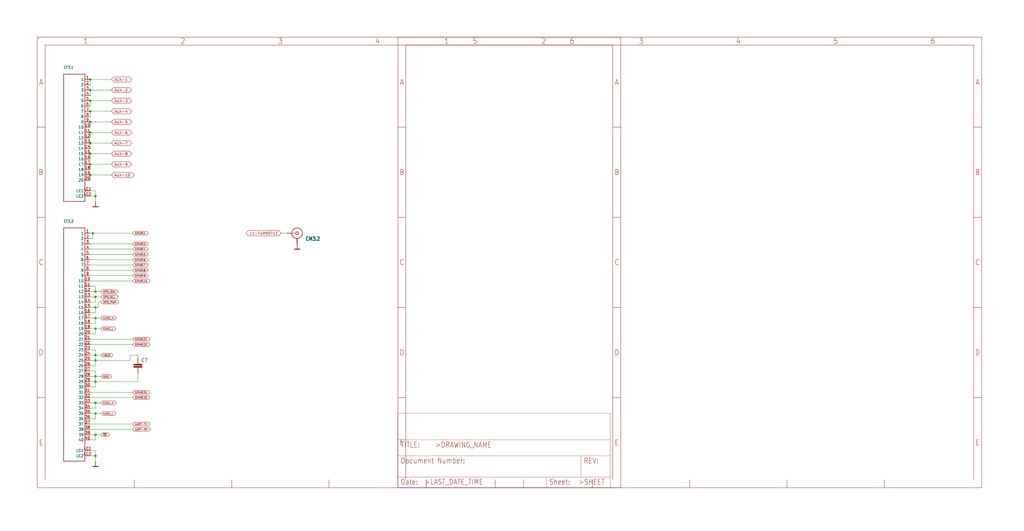
<source format=kicad_sch>
(kicad_sch (version 20211123) (generator eeschema)
  (paper "User" 490.22 254.406)
  (lib_symbols
    (symbol "oresat-backplane-1u-eagle-import:C-EU1206-B"
      (property "Reference" "C" (at 1.524 0.381 0))
      (property "Value" "C-EU1206-B" (at 1.524 -4.699 0))
      (symbol "C-EU1206-B_1_0"
        (rectangle (start -2.032 -2.032) (end 2.032 -1.524) (fill (type outline)))
        (rectangle (start -2.032 -1.016) (end 2.032 -0.508) (fill (type outline)))
        (polyline (pts (xy 0 -2.54) (xy 0 -2.032)) (stroke (width 0.1524)))
        (polyline (pts (xy 0 0) (xy 0 -0.508)) (stroke (width 0.1524)))
        (pin passive line (at 0 2.54 270) (length 2.54) (name "1") (number "1"))
        (pin passive line (at 0 -5.08 90) (length 2.54) (name "2") (number "2"))
      )
    )
    (symbol "oresat-backplane-1u-eagle-import:FRAME_A_L"
      (symbol "FRAME_A_L_0_0"
        (polyline (pts (xy 0 43.18) (xy 3.81 43.18)))
        (polyline (pts (xy 0 86.36) (xy 3.81 86.36)))
        (polyline (pts (xy 0 129.54) (xy 3.81 129.54)))
        (polyline (pts (xy 0 172.72) (xy 3.81 172.72)))
        (polyline (pts (xy 3.81 3.81) (xy 3.81 212.09)))
        (polyline (pts (xy 46.5667 0) (xy 46.5667 3.81)))
        (polyline (pts (xy 93.1333 0) (xy 93.1333 3.81)))
        (polyline (pts (xy 139.7 0) (xy 139.7 3.81)))
        (polyline (pts (xy 186.2667 0) (xy 186.2667 3.81)))
        (polyline (pts (xy 232.8333 0) (xy 232.8333 3.81)))
        (polyline (pts (xy 275.59 3.81) (xy 275.59 212.09)))
        (polyline (pts (xy 275.59 43.18) (xy 279.4 43.18)))
        (polyline (pts (xy 275.59 86.36) (xy 279.4 86.36)))
        (polyline (pts (xy 275.59 129.54) (xy 279.4 129.54)))
        (polyline (pts (xy 275.59 172.72) (xy 279.4 172.72)))
        (polyline (pts (xy 275.59 212.09) (xy 3.81 212.09)))
        (polyline (pts (xy 0 0) (xy 279.4 0) (xy 279.4 215.9) (xy 0 215.9) (xy 0 0)))
        (text "1" (at 23.2833 213.995 0) (effects (font (size 2.54 2.286))))
        (text "2" (at 69.85 213.995 0) (effects (font (size 2.54 2.286))))
        (text "3" (at 116.4167 213.995 0) (effects (font (size 2.54 2.286))))
        (text "4" (at 162.9833 213.995 0) (effects (font (size 2.54 2.286))))
        (text "5" (at 209.55 213.995 0) (effects (font (size 2.54 2.286))))
        (text "6" (at 256.1167 213.995 0) (effects (font (size 2.54 2.286))))
        (text "A" (at 1.905 194.31 0) (effects (font (size 2.54 2.286))))
        (text "A" (at 277.495 194.31 0) (effects (font (size 2.54 2.286))))
        (text "B" (at 1.905 151.13 0) (effects (font (size 2.54 2.286))))
        (text "B" (at 277.495 151.13 0) (effects (font (size 2.54 2.286))))
        (text "C" (at 1.905 107.95 0) (effects (font (size 2.54 2.286))))
        (text "C" (at 277.495 107.95 0) (effects (font (size 2.54 2.286))))
        (text "D" (at 1.905 64.77 0) (effects (font (size 2.54 2.286))))
        (text "D" (at 277.495 64.77 0) (effects (font (size 2.54 2.286))))
        (text "E" (at 1.905 21.59 0) (effects (font (size 2.54 2.286))))
        (text "E" (at 277.495 21.59 0) (effects (font (size 2.54 2.286))))
      )
      (symbol "FRAME_A_L_2_0"
        (polyline (pts (xy 0 0) (xy 0 5.08)) (stroke (width 0.1016)))
        (polyline (pts (xy 0 0) (xy 71.12 0)) (stroke (width 0.1016)))
        (polyline (pts (xy 0 5.08) (xy 0 15.24)) (stroke (width 0.1016)))
        (polyline (pts (xy 0 5.08) (xy 71.12 5.08)) (stroke (width 0.1016)))
        (polyline (pts (xy 0 15.24) (xy 0 22.86)) (stroke (width 0.1016)))
        (polyline (pts (xy 0 22.86) (xy 0 35.56)) (stroke (width 0.1016)))
        (polyline (pts (xy 0 22.86) (xy 101.6 22.86)) (stroke (width 0.1016)))
        (polyline (pts (xy 71.12 0) (xy 101.6 0)) (stroke (width 0.1016)))
        (polyline (pts (xy 71.12 5.08) (xy 71.12 0)) (stroke (width 0.1016)))
        (polyline (pts (xy 71.12 5.08) (xy 87.63 5.08)) (stroke (width 0.1016)))
        (polyline (pts (xy 87.63 5.08) (xy 101.6 5.08)) (stroke (width 0.1016)))
        (polyline (pts (xy 87.63 15.24) (xy 0 15.24)) (stroke (width 0.1016)))
        (polyline (pts (xy 87.63 15.24) (xy 87.63 5.08)) (stroke (width 0.1016)))
        (polyline (pts (xy 101.6 5.08) (xy 101.6 0)) (stroke (width 0.1016)))
        (polyline (pts (xy 101.6 15.24) (xy 87.63 15.24)) (stroke (width 0.1016)))
        (polyline (pts (xy 101.6 15.24) (xy 101.6 5.08)) (stroke (width 0.1016)))
        (polyline (pts (xy 101.6 22.86) (xy 101.6 15.24)) (stroke (width 0.1016)))
        (polyline (pts (xy 101.6 35.56) (xy 0 35.56)) (stroke (width 0.1016)))
        (polyline (pts (xy 101.6 35.56) (xy 101.6 22.86)) (stroke (width 0.1016)))
        (text ">DRAWING_NAME" (at 17.78 19.05 0) (effects (font (size 2.54 2.159)) (justify left bottom)))
        (text ">LAST_DATE_TIME" (at 12.7 1.27 0) (effects (font (size 2.54 2.159)) (justify left bottom)))
        (text ">SHEET" (at 86.36 1.27 0) (effects (font (size 2.54 2.159)) (justify left bottom)))
        (text "Date:" (at 1.27 1.27 0) (effects (font (size 2.54 2.159)) (justify left bottom)))
        (text "Document Number:" (at 1.27 11.43 0) (effects (font (size 2.54 2.159)) (justify left bottom)))
        (text "REV:" (at 88.9 11.43 0) (effects (font (size 2.54 2.159)) (justify left bottom)))
        (text "Sheet:" (at 72.39 1.27 0) (effects (font (size 2.54 2.159)) (justify left bottom)))
        (text "TITLE:" (at 1.27 19.05 0) (effects (font (size 2.54 2.159)) (justify left bottom)))
      )
    )
    (symbol "oresat-backplane-1u-eagle-import:GND" (power)
      (symbol "GND_1_0"
        (polyline (pts (xy -1.27 -2.54) (xy 1.27 -2.54)) (stroke (width 0.4064)))
        (pin power_in line (at 0 0 270) (length 2.54) (name "GND") (number "1"))
      )
    )
    (symbol "oresat-backplane-1u-eagle-import:J-MOLEX-SMPM-73300-0111X"
      (property "Reference" "CM" (at 3.81 -3.81 0))
      (property "Value" "J-MOLEX-SMPM-73300-0111X" (at 3.81 -6.35 0))
      (symbol "J-MOLEX-SMPM-73300-0111X_1_0"
        (polyline (pts (xy -2.54 0) (xy -0.635 0)) (stroke (width 0.1524)))
        (circle (center 0 0) (radius 0.635) (stroke (width 0.254)))
        (circle (center 0 0) (radius 2.54) (stroke (width 0.254)))
        (pin passive line (at 0 -5.08 90) (length 2.54) (name "SHIELD1") (number "P$1"))
        (pin passive line (at 0 -5.08 90) (length 2.54) (name "SHIELD1") (number "P$2"))
        (pin passive line (at 0 -5.08 90) (length 2.54) (name "SHIELD1") (number "P$3"))
        (pin passive line (at 0 -5.08 90) (length 2.54) (name "SHIELD1") (number "P$4"))
        (pin passive line (at -5.08 0 0) (length 2.54) (name "RF") (number "RF-DOWN"))
      )
    )
    (symbol "oresat-backplane-1u-eagle-import:SFM-110-X1-XXX-D-LC"
      (property "Reference" "CF" (at -2.54 33.02 0))
      (property "Value" "SFM-110-X1-XXX-D-LC" (at -2.54 31.75 0))
      (symbol "SFM-110-X1-XXX-D-LC_1_0"
        (polyline (pts (xy -2.54 -30.48) (xy -2.54 30.48)) (stroke (width 0.254)))
        (polyline (pts (xy -2.54 30.48) (xy 7.62 30.48)) (stroke (width 0.254)))
        (polyline (pts (xy 7.62 -30.48) (xy -2.54 -30.48)) (stroke (width 0.254)))
        (polyline (pts (xy 7.62 30.48) (xy 7.62 -30.48)) (stroke (width 0.254)))
        (pin passive line (at 10.16 27.94 180) (length 2.54) (name "1") (number "1"))
        (pin passive line (at 10.16 5.08 180) (length 2.54) (name "10") (number "10"))
        (pin passive line (at 10.16 2.54 180) (length 2.54) (name "11") (number "11"))
        (pin passive line (at 10.16 0 180) (length 2.54) (name "12") (number "12"))
        (pin passive line (at 10.16 -2.54 180) (length 2.54) (name "13") (number "13"))
        (pin passive line (at 10.16 -5.08 180) (length 2.54) (name "14") (number "14"))
        (pin passive line (at 10.16 -7.62 180) (length 2.54) (name "15") (number "15"))
        (pin passive line (at 10.16 -10.16 180) (length 2.54) (name "16") (number "16"))
        (pin passive line (at 10.16 -12.7 180) (length 2.54) (name "17") (number "17"))
        (pin passive line (at 10.16 -15.24 180) (length 2.54) (name "18") (number "18"))
        (pin passive line (at 10.16 -17.78 180) (length 2.54) (name "19") (number "19"))
        (pin passive line (at 10.16 25.4 180) (length 2.54) (name "2") (number "2"))
        (pin passive line (at 10.16 -20.32 180) (length 2.54) (name "20") (number "20"))
        (pin passive line (at 10.16 22.86 180) (length 2.54) (name "3") (number "3"))
        (pin passive line (at 10.16 20.32 180) (length 2.54) (name "4") (number "4"))
        (pin passive line (at 10.16 17.78 180) (length 2.54) (name "5") (number "5"))
        (pin passive line (at 10.16 15.24 180) (length 2.54) (name "6") (number "6"))
        (pin passive line (at 10.16 12.7 180) (length 2.54) (name "7") (number "7"))
        (pin passive line (at 10.16 10.16 180) (length 2.54) (name "8") (number "8"))
        (pin passive line (at 10.16 7.62 180) (length 2.54) (name "9") (number "9"))
        (pin passive line (at 10.16 -25.4 180) (length 2.54) (name "LC1") (number "LC1"))
        (pin passive line (at 10.16 -27.94 180) (length 2.54) (name "LC2") (number "LC2"))
      )
    )
    (symbol "oresat-backplane-1u-eagle-import:SFM-120-X1-XXX-D"
      (property "Reference" "J" (at -2.54 50.8 0))
      (property "Value" "SFM-120-X1-XXX-D" (at -2.54 49.53 0))
      (symbol "SFM-120-X1-XXX-D_1_0"
        (polyline (pts (xy -2.54 -63.5) (xy -2.54 48.26)) (stroke (width 0.254)))
        (polyline (pts (xy -2.54 48.26) (xy 7.62 48.26)) (stroke (width 0.254)))
        (polyline (pts (xy 7.62 -63.5) (xy -2.54 -63.5)) (stroke (width 0.254)))
        (polyline (pts (xy 7.62 48.26) (xy 7.62 -63.5)) (stroke (width 0.254)))
        (pin passive line (at 10.16 45.72 180) (length 2.54) (name "1") (number "1"))
        (pin passive line (at 10.16 22.86 180) (length 2.54) (name "10") (number "10"))
        (pin passive line (at 10.16 20.32 180) (length 2.54) (name "11") (number "11"))
        (pin passive line (at 10.16 17.78 180) (length 2.54) (name "12") (number "12"))
        (pin passive line (at 10.16 15.24 180) (length 2.54) (name "13") (number "13"))
        (pin passive line (at 10.16 12.7 180) (length 2.54) (name "14") (number "14"))
        (pin passive line (at 10.16 10.16 180) (length 2.54) (name "15") (number "15"))
        (pin passive line (at 10.16 7.62 180) (length 2.54) (name "16") (number "16"))
        (pin passive line (at 10.16 5.08 180) (length 2.54) (name "17") (number "17"))
        (pin passive line (at 10.16 2.54 180) (length 2.54) (name "18") (number "18"))
        (pin passive line (at 10.16 0 180) (length 2.54) (name "19") (number "19"))
        (pin passive line (at 10.16 43.18 180) (length 2.54) (name "2") (number "2"))
        (pin passive line (at 10.16 -2.54 180) (length 2.54) (name "20") (number "20"))
        (pin passive line (at 10.16 -5.08 180) (length 2.54) (name "21") (number "21"))
        (pin passive line (at 10.16 -7.62 180) (length 2.54) (name "22") (number "22"))
        (pin passive line (at 10.16 -10.16 180) (length 2.54) (name "23") (number "23"))
        (pin passive line (at 10.16 -12.7 180) (length 2.54) (name "24") (number "24"))
        (pin passive line (at 10.16 -15.24 180) (length 2.54) (name "25") (number "25"))
        (pin passive line (at 10.16 -17.78 180) (length 2.54) (name "26") (number "26"))
        (pin passive line (at 10.16 -20.32 180) (length 2.54) (name "27") (number "27"))
        (pin passive line (at 10.16 -22.86 180) (length 2.54) (name "28") (number "28"))
        (pin passive line (at 10.16 -25.4 180) (length 2.54) (name "29") (number "29"))
        (pin passive line (at 10.16 40.64 180) (length 2.54) (name "3") (number "3"))
        (pin passive line (at 10.16 -27.94 180) (length 2.54) (name "30") (number "30"))
        (pin passive line (at 10.16 -30.48 180) (length 2.54) (name "31") (number "31"))
        (pin passive line (at 10.16 -33.02 180) (length 2.54) (name "32") (number "32"))
        (pin passive line (at 10.16 -35.56 180) (length 2.54) (name "33") (number "33"))
        (pin passive line (at 10.16 -38.1 180) (length 2.54) (name "34") (number "34"))
        (pin passive line (at 10.16 -40.64 180) (length 2.54) (name "35") (number "35"))
        (pin passive line (at 10.16 -43.18 180) (length 2.54) (name "36") (number "36"))
        (pin passive line (at 10.16 -45.72 180) (length 2.54) (name "37") (number "37"))
        (pin passive line (at 10.16 -48.26 180) (length 2.54) (name "38") (number "38"))
        (pin passive line (at 10.16 -50.8 180) (length 2.54) (name "39") (number "39"))
        (pin passive line (at 10.16 38.1 180) (length 2.54) (name "4") (number "4"))
        (pin passive line (at 10.16 -53.34 180) (length 2.54) (name "40") (number "40"))
        (pin passive line (at 10.16 35.56 180) (length 2.54) (name "5") (number "5"))
        (pin passive line (at 10.16 33.02 180) (length 2.54) (name "6") (number "6"))
        (pin passive line (at 10.16 30.48 180) (length 2.54) (name "7") (number "7"))
        (pin passive line (at 10.16 27.94 180) (length 2.54) (name "8") (number "8"))
        (pin passive line (at 10.16 25.4 180) (length 2.54) (name "9") (number "9"))
        (pin passive line (at 10.16 -58.42 180) (length 2.54) (name "LC1") (number "LC1"))
        (pin passive line (at 10.16 -60.96 180) (length 2.54) (name "LC2") (number "LC2"))
      )
    )
  )
  (junction (at 43.18 78.74))
  (junction (at 43.18 73.66))
  (junction (at 45.72 218.44))
  (junction (at 43.18 58.42))
  (junction (at 43.18 43.18))
  (junction (at 45.72 142.24))
  (junction (at 45.72 182.88))
  (junction (at 45.72 157.48))
  (junction (at 43.18 63.5))
  (junction (at 45.72 208.28))
  (junction (at 43.18 83.82))
  (junction (at 45.72 139.7))
  (junction (at 45.72 172.72))
  (junction (at 45.72 93.98))
  (junction (at 45.72 198.12))
  (junction (at 45.72 170.18))
  (junction (at 43.18 48.26))
  (junction (at 45.72 193.04))
  (junction (at 43.18 68.58))
  (junction (at 44.45 111.76))
  (junction (at 45.72 152.4))
  (junction (at 43.18 53.34))
  (junction (at 45.72 180.34))
  (junction (at 43.18 38.1))
  (junction (at 45.72 147.32))
  (wire (pts (xy 43.18 134.62) (xy 63.5 134.62)))
  (wire (pts (xy 43.18 119.38) (xy 63.5 119.38)))
  (wire (pts (xy 43.18 116.84) (xy 63.5 116.84)))
  (wire (pts (xy 43.18 38.1) (xy 53.34 38.1)))
  (wire (pts (xy 43.18 78.74) (xy 43.18 81.28)))
  (wire (pts (xy 137.16 111.76) (xy 134.62 111.76)))
  (wire (pts (xy 43.18 142.24) (xy 45.72 142.24)))
  (wire (pts (xy 48.26 139.7) (xy 45.72 139.7)))
  (wire (pts (xy 43.18 114.3) (xy 44.45 114.3)))
  (wire (pts (xy 45.72 152.4) (xy 43.18 152.4)))
  (wire (pts (xy 45.72 142.24) (xy 45.72 144.78)))
  (wire (pts (xy 43.18 53.34) (xy 43.18 55.88)))
  (wire (pts (xy 43.18 78.74) (xy 53.34 78.74)))
  (wire (pts (xy 43.18 195.58) (xy 45.72 195.58)))
  (wire (pts (xy 43.18 165.1) (xy 63.5 165.1)))
  (wire (pts (xy 45.72 142.24) (xy 48.26 142.24)))
  (wire (pts (xy 43.18 58.42) (xy 53.34 58.42)))
  (wire (pts (xy 43.18 190.5) (xy 63.5 190.5)))
  (wire (pts (xy 43.18 73.66) (xy 53.34 73.66)))
  (wire (pts (xy 46.99 144.78) (xy 46.99 147.32)))
  (wire (pts (xy 43.18 180.34) (xy 45.72 180.34)))
  (wire (pts (xy 45.72 198.12) (xy 43.18 198.12)))
  (wire (pts (xy 45.72 182.88) (xy 43.18 182.88)))
  (wire (pts (xy 43.18 83.82) (xy 43.18 86.36)))
  (wire (pts (xy 45.72 215.9) (xy 45.72 218.44)))
  (wire (pts (xy 45.72 210.82) (xy 45.72 208.28)))
  (wire (pts (xy 43.18 53.34) (xy 53.34 53.34)))
  (wire (pts (xy 43.18 149.86) (xy 45.72 149.86)))
  (wire (pts (xy 45.72 180.34) (xy 45.72 182.88)))
  (wire (pts (xy 45.72 172.72) (xy 62.23 172.72)))
  (wire (pts (xy 66.04 182.88) (xy 45.72 182.88)))
  (wire (pts (xy 43.18 167.64) (xy 45.72 167.64)))
  (wire (pts (xy 66.04 170.18) (xy 66.04 171.45)))
  (wire (pts (xy 45.72 208.28) (xy 43.18 208.28)))
  (wire (pts (xy 43.18 38.1) (xy 43.18 40.64)))
  (wire (pts (xy 48.26 144.78) (xy 46.99 144.78)))
  (wire (pts (xy 48.26 180.34) (xy 45.72 180.34)))
  (wire (pts (xy 45.72 157.48) (xy 43.18 157.48)))
  (wire (pts (xy 43.18 121.92) (xy 63.5 121.92)))
  (wire (pts (xy 43.18 177.8) (xy 45.72 177.8)))
  (wire (pts (xy 43.18 58.42) (xy 43.18 60.96)))
  (wire (pts (xy 45.72 139.7) (xy 45.72 137.16)))
  (wire (pts (xy 45.72 157.48) (xy 45.72 160.02)))
  (wire (pts (xy 43.18 215.9) (xy 45.72 215.9)))
  (wire (pts (xy 45.72 93.98) (xy 43.18 93.98)))
  (wire (pts (xy 43.18 218.44) (xy 45.72 218.44)))
  (wire (pts (xy 43.18 132.08) (xy 63.5 132.08)))
  (wire (pts (xy 45.72 152.4) (xy 45.72 154.94)))
  (wire (pts (xy 43.18 187.96) (xy 63.5 187.96)))
  (wire (pts (xy 43.18 68.58) (xy 43.18 71.12)))
  (wire (pts (xy 44.45 114.3) (xy 44.45 111.76)))
  (wire (pts (xy 43.18 124.46) (xy 63.5 124.46)))
  (wire (pts (xy 43.18 48.26) (xy 43.18 50.8)))
  (wire (pts (xy 43.18 129.54) (xy 63.5 129.54)))
  (wire (pts (xy 45.72 170.18) (xy 43.18 170.18)))
  (wire (pts (xy 45.72 172.72) (xy 45.72 175.26)))
  (wire (pts (xy 43.18 185.42) (xy 45.72 185.42)))
  (wire (pts (xy 43.18 139.7) (xy 45.72 139.7)))
  (wire (pts (xy 62.23 170.18) (xy 66.04 170.18)))
  (wire (pts (xy 48.26 170.18) (xy 45.72 170.18)))
  (wire (pts (xy 45.72 93.98) (xy 45.72 91.44)))
  (wire (pts (xy 43.18 48.26) (xy 53.34 48.26)))
  (wire (pts (xy 45.72 193.04) (xy 43.18 193.04)))
  (wire (pts (xy 43.18 200.66) (xy 45.72 200.66)))
  (wire (pts (xy 48.26 152.4) (xy 45.72 152.4)))
  (wire (pts (xy 43.18 111.76) (xy 44.45 111.76)))
  (wire (pts (xy 45.72 172.72) (xy 43.18 172.72)))
  (wire (pts (xy 43.18 68.58) (xy 53.34 68.58)))
  (wire (pts (xy 45.72 149.86) (xy 45.72 147.32)))
  (wire (pts (xy 43.18 154.94) (xy 45.72 154.94)))
  (wire (pts (xy 43.18 73.66) (xy 43.18 76.2)))
  (wire (pts (xy 43.18 127) (xy 63.5 127)))
  (wire (pts (xy 45.72 170.18) (xy 45.72 172.72)))
  (wire (pts (xy 43.18 160.02) (xy 45.72 160.02)))
  (wire (pts (xy 43.18 210.82) (xy 45.72 210.82)))
  (wire (pts (xy 44.45 111.76) (xy 63.5 111.76)))
  (wire (pts (xy 45.72 144.78) (xy 43.18 144.78)))
  (wire (pts (xy 48.26 193.04) (xy 45.72 193.04)))
  (wire (pts (xy 45.72 96.52) (xy 45.72 93.98)))
  (wire (pts (xy 45.72 167.64) (xy 45.72 170.18)))
  (wire (pts (xy 43.18 203.2) (xy 63.5 203.2)))
  (wire (pts (xy 45.72 185.42) (xy 45.72 182.88)))
  (wire (pts (xy 43.18 63.5) (xy 53.34 63.5)))
  (wire (pts (xy 45.72 147.32) (xy 43.18 147.32)))
  (wire (pts (xy 48.26 157.48) (xy 45.72 157.48)))
  (wire (pts (xy 45.72 218.44) (xy 45.72 220.98)))
  (wire (pts (xy 43.18 205.74) (xy 63.5 205.74)))
  (wire (pts (xy 45.72 200.66) (xy 45.72 198.12)))
  (wire (pts (xy 45.72 175.26) (xy 43.18 175.26)))
  (wire (pts (xy 43.18 63.5) (xy 43.18 66.04)))
  (wire (pts (xy 48.26 208.28) (xy 45.72 208.28)))
  (wire (pts (xy 43.18 43.18) (xy 43.18 45.72)))
  (wire (pts (xy 43.18 43.18) (xy 53.34 43.18)))
  (wire (pts (xy 46.99 147.32) (xy 45.72 147.32)))
  (wire (pts (xy 45.72 195.58) (xy 45.72 193.04)))
  (wire (pts (xy 62.23 172.72) (xy 62.23 170.18)))
  (wire (pts (xy 43.18 162.56) (xy 63.5 162.56)))
  (wire (pts (xy 45.72 91.44) (xy 43.18 91.44)))
  (wire (pts (xy 43.18 83.82) (xy 53.34 83.82)))
  (wire (pts (xy 45.72 177.8) (xy 45.72 180.34)))
  (wire (pts (xy 66.04 179.07) (xy 66.04 182.88)))
  (wire (pts (xy 45.72 137.16) (xy 43.18 137.16)))
  (wire (pts (xy 48.26 198.12) (xy 45.72 198.12)))
  (global_label "SPARE21" (shape bidirectional) (at 63.5 162.56 0) (effects (font (size 0.889 0.889))) (property "Intersheet References" "${INTERSHEET_REFS}" (effects hide)))
  (global_label "SPARE3" (shape bidirectional) (at 63.5 116.84 0) (effects (font (size 0.889 0.889))) (property "Intersheet References" "${INTERSHEET_REFS}" (effects hide)))
  (global_label "GND" (shape bidirectional) (at 48.26 180.34 0) (effects (font (size 0.889 0.889))) (property "Intersheet References" "${INTERSHEET_REFS}" (effects hide)))
  (global_label "OPD_SCL" (shape bidirectional) (at 48.26 142.24 0) (effects (font (size 0.889 0.889))) (property "Intersheet References" "${INTERSHEET_REFS}" (effects hide)))
  (global_label "AUX-2" (shape bidirectional) (at 53.34 43.18 0) (effects (font (size 1.2446 1.2446))) (property "Intersheet References" "${INTERSHEET_REFS}" (effects hide)))
  (global_label "AUX-10" (shape bidirectional) (at 53.34 83.82 0) (effects (font (size 1.2446 1.2446))) (property "Intersheet References" "${INTERSHEET_REFS}" (effects hide)))
  (global_label "SPARE32" (shape bidirectional) (at 63.5 190.5 0) (effects (font (size 0.889 0.889))) (property "Intersheet References" "${INTERSHEET_REFS}" (effects hide)))
  (global_label "SPARE8" (shape bidirectional) (at 63.5 129.54 0) (effects (font (size 0.889 0.889))) (property "Intersheet References" "${INTERSHEET_REFS}" (effects hide)))
  (global_label "SPARE31" (shape bidirectional) (at 63.5 187.96 0) (effects (font (size 0.889 0.889))) (property "Intersheet References" "${INTERSHEET_REFS}" (effects hide)))
  (global_label "CAN1_L" (shape bidirectional) (at 48.26 198.12 0) (effects (font (size 0.889 0.889))) (property "Intersheet References" "${INTERSHEET_REFS}" (effects hide)))
  (global_label "OPD_PWR" (shape bidirectional) (at 48.26 144.78 0) (effects (font (size 0.889 0.889))) (property "Intersheet References" "${INTERSHEET_REFS}" (effects hide)))
  (global_label "SPARE5" (shape bidirectional) (at 63.5 121.92 0) (effects (font (size 0.889 0.889))) (property "Intersheet References" "${INTERSHEET_REFS}" (effects hide)))
  (global_label "SPARE7" (shape bidirectional) (at 63.5 127 0) (effects (font (size 0.889 0.889))) (property "Intersheet References" "${INTERSHEET_REFS}" (effects hide)))
  (global_label "OPD_SDA" (shape bidirectional) (at 48.26 139.7 0) (effects (font (size 0.889 0.889))) (property "Intersheet References" "${INTERSHEET_REFS}" (effects hide)))
  (global_label "AUX-9" (shape bidirectional) (at 53.34 78.74 0) (effects (font (size 1.2446 1.2446))) (property "Intersheet References" "${INTERSHEET_REFS}" (effects hide)))
  (global_label "CAN2_L" (shape bidirectional) (at 48.26 157.48 0) (effects (font (size 0.889 0.889))) (property "Intersheet References" "${INTERSHEET_REFS}" (effects hide)))
  (global_label "SPARE10" (shape bidirectional) (at 63.5 134.62 0) (effects (font (size 0.889 0.889))) (property "Intersheet References" "${INTERSHEET_REFS}" (effects hide)))
  (global_label "~{SD}" (shape bidirectional) (at 48.26 208.28 0) (effects (font (size 0.889 0.889))) (property "Intersheet References" "${INTERSHEET_REFS}" (effects hide)))
  (global_label "AUX-5" (shape bidirectional) (at 53.34 58.42 0) (effects (font (size 1.2446 1.2446))) (property "Intersheet References" "${INTERSHEET_REFS}" (effects hide)))
  (global_label "SPARE22" (shape bidirectional) (at 63.5 165.1 0) (effects (font (size 0.889 0.889))) (property "Intersheet References" "${INTERSHEET_REFS}" (effects hide)))
  (global_label "AUX-8" (shape bidirectional) (at 53.34 73.66 0) (effects (font (size 1.2446 1.2446))) (property "Intersheet References" "${INTERSHEET_REFS}" (effects hide)))
  (global_label "AUX-3" (shape bidirectional) (at 53.34 48.26 0) (effects (font (size 1.2446 1.2446))) (property "Intersheet References" "${INTERSHEET_REFS}" (effects hide)))
  (global_label "L1-TURNSTILE" (shape bidirectional) (at 134.62 111.76 180) (effects (font (size 1.2446 1.2446))) (property "Intersheet References" "${INTERSHEET_REFS}" (effects hide)))
  (global_label "AUX-6" (shape bidirectional) (at 53.34 63.5 0) (effects (font (size 1.2446 1.2446))) (property "Intersheet References" "${INTERSHEET_REFS}" (effects hide)))
  (global_label "UART-TX" (shape bidirectional) (at 63.5 203.2 0) (effects (font (size 0.889 0.889))) (property "Intersheet References" "${INTERSHEET_REFS}" (effects hide)))
  (global_label "SPARE6" (shape bidirectional) (at 63.5 124.46 0) (effects (font (size 0.889 0.889))) (property "Intersheet References" "${INTERSHEET_REFS}" (effects hide)))
  (global_label "SPARE9" (shape bidirectional) (at 63.5 132.08 0) (effects (font (size 0.889 0.889))) (property "Intersheet References" "${INTERSHEET_REFS}" (effects hide)))
  (global_label "AUX-1" (shape bidirectional) (at 53.34 38.1 0) (effects (font (size 1.2446 1.2446))) (property "Intersheet References" "${INTERSHEET_REFS}" (effects hide)))
  (global_label "CAN2_H" (shape bidirectional) (at 48.26 152.4 0) (effects (font (size 0.889 0.889))) (property "Intersheet References" "${INTERSHEET_REFS}" (effects hide)))
  (global_label "CAN1_H" (shape bidirectional) (at 48.26 193.04 0) (effects (font (size 0.889 0.889))) (property "Intersheet References" "${INTERSHEET_REFS}" (effects hide)))
  (global_label "AUX-7" (shape bidirectional) (at 53.34 68.58 0) (effects (font (size 1.2446 1.2446))) (property "Intersheet References" "${INTERSHEET_REFS}" (effects hide)))
  (global_label "SPARE4" (shape bidirectional) (at 63.5 119.38 0) (effects (font (size 0.889 0.889))) (property "Intersheet References" "${INTERSHEET_REFS}" (effects hide)))
  (global_label "UART-RX" (shape bidirectional) (at 63.5 205.74 0) (effects (font (size 0.889 0.889))) (property "Intersheet References" "${INTERSHEET_REFS}" (effects hide)))
  (global_label "SPARE1" (shape bidirectional) (at 63.5 111.76 0) (effects (font (size 0.889 0.889))) (property "Intersheet References" "${INTERSHEET_REFS}" (effects hide)))
  (global_label "AUX-4" (shape bidirectional) (at 53.34 53.34 0) (effects (font (size 1.2446 1.2446))) (property "Intersheet References" "${INTERSHEET_REFS}" (effects hide)))
  (global_label "VBUS" (shape bidirectional) (at 48.26 170.18 0) (effects (font (size 0.889 0.889))) (property "Intersheet References" "${INTERSHEET_REFS}" (effects hide)))
  (symbol (lib_id "oresat-backplane-1u-eagle-import:GND") (at 45.72 220.98 0) (unit 1)
    (property "Reference" "#GND103" (effects hide))
  )
  (symbol (lib_id "oresat-backplane-1u-eagle-import:SFM-110-X1-XXX-D-LC") (at 33.02 66.04 0) (unit 1)
    (property "Reference" "CF3.1" (at 30.48 33.02 0) (effects (font (size 1.27 1.0795)) (justify left bottom)))
  )
  (symbol (lib_id "oresat-backplane-1u-eagle-import:GND") (at 45.72 96.52 0) (unit 1)
    (property "Reference" "#GND107" (effects hide))
  )
  (symbol (lib_id "oresat-backplane-1u-eagle-import:FRAME_A_L") (at 17.78 233.68 0) (unit 1)
    (property "Reference" "#FRAME18" (effects hide))
  )
  (symbol (lib_id "oresat-backplane-1u-eagle-import:J-MOLEX-SMPM-73300-0111X") (at 142.24 111.76 0) (unit 1)
    (property "Reference" "CM3.2" (at 146.05 115.57 0) (effects (font (size 1.778 1.5113) bold) (justify left bottom)))
  )
  (symbol (lib_id "oresat-backplane-1u-eagle-import:GND") (at 142.24 116.84 0) (unit 1)
    (property "Reference" "#GND1" (effects hide))
  )
  (symbol (lib_id "oresat-backplane-1u-eagle-import:C-EU1206-B") (at 66.04 173.99 0) (unit 1)
    (property "Reference" "C7" (at 67.564 173.609 0) (effects (font (size 1.778 1.5113)) (justify left bottom)))
  )
  (symbol (lib_id "oresat-backplane-1u-eagle-import:FRAME_A_L") (at 190.5 233.68 0) (unit 2)
    (property "Reference" "#FRAME18" (effects hide))
  )
  (symbol (lib_id "oresat-backplane-1u-eagle-import:SFM-120-X1-XXX-D") (at 33.02 157.48 0) (unit 1)
    (property "Reference" "CF3.2" (at 30.48 106.68 0) (effects (font (size 1.27 1.0795)) (justify left bottom)))
  )
)
</source>
